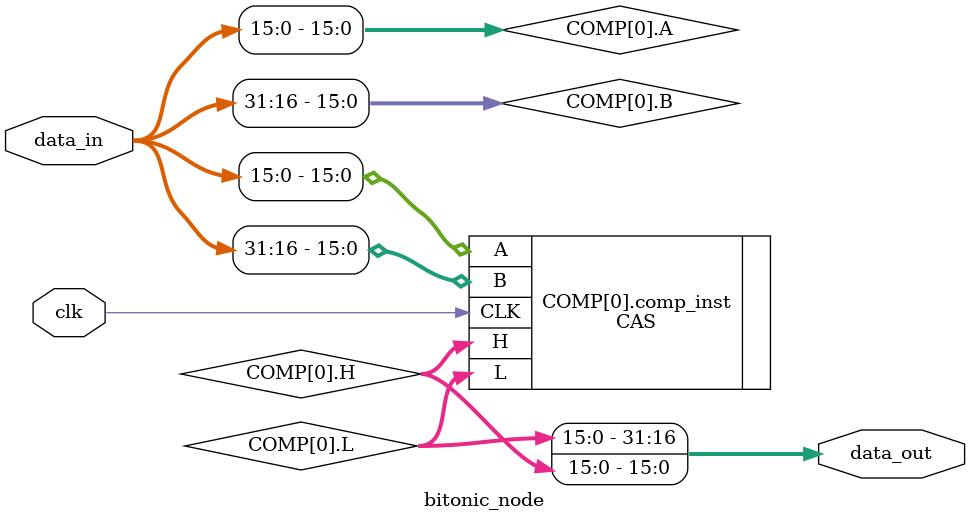
<source format=v>
`timescale 1ns / 1ps

module bitonic_node #(
	parameter DATA_WIDTH = 16,
	parameter ORDER = 0, // 0 - first stage (1 inputs), 1 - second stage (2 inputs), etc.
	parameter POLARITY = 0, // 0 - ascending, 1 - descending
	parameter SIGNED = 0, // 0 - unsigned, 1 - signed
	parameter PIPE_REG = 1,
	parameter INDEX = 0 // index of this node in the stage
)
(
	input wire clk,
	input wire [DATA_WIDTH*2**(ORDER+1)-1:0]data_in,
	output wire [DATA_WIDTH*2**(ORDER+1)-1:0]data_out
);

localparam COMP_NUM = 2**ORDER; // number of comparators in this stage
localparam REGOUT_EN = (PIPE_REG == 0) ? 0 : ((INDEX % PIPE_REG) == 0);

genvar i;

generate for (i = 0; i < COMP_NUM; i = i + 1) begin: COMP
	wire [DATA_WIDTH-1:0]A;
	wire [DATA_WIDTH-1:0]B;
	wire [DATA_WIDTH-1:0]H;
	wire [DATA_WIDTH-1:0]L;
	
	assign A = data_in[DATA_WIDTH*(i + 1 + COMP_NUM * 0)-1-:DATA_WIDTH];
	assign B = data_in[DATA_WIDTH*(i + 1 + COMP_NUM * 1)-1-:DATA_WIDTH];
	assign data_out[DATA_WIDTH*(i + 1 + COMP_NUM * 0)-1-:DATA_WIDTH] = H;
	assign data_out[DATA_WIDTH*(i + 1 + COMP_NUM * 1)-1-:DATA_WIDTH] = L;

	CAS #(
		.DATA_WIDTH(DATA_WIDTH),
		.POLARITY(POLARITY),
		.SIGNED(SIGNED),
		.REGOUT_EN(REGOUT_EN)
	) comp_inst (
		.CLK(clk),
		.A(A),
		.B(B),
		.H(H),
		.L(L)
	);
end endgenerate

endmodule

</source>
